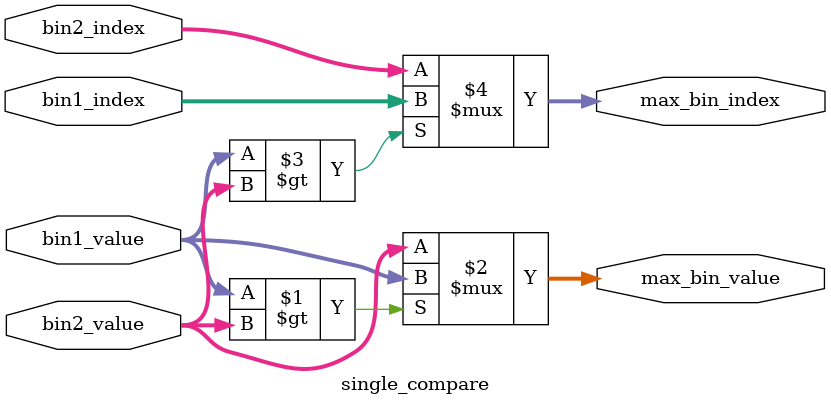
<source format=v>
`timescale 1ns / 1ps


module single_compare#(parameter bin_size=16, index_width=10)(
    input wire [bin_size-1:0] bin1_value, 
    input wire [index_width-1:0] bin1_index,
    input wire [bin_size-1:0] bin2_value,
    input wire [index_width-1:0] bin2_index,
    //input wire clk, //clock
    output wire [bin_size-1:0] max_bin_value,
    output wire [index_width-1:0] max_bin_index
    );
        
    assign max_bin_value=(bin1_value>bin2_value)? bin1_value:bin2_value;
    assign max_bin_index=(bin1_value>bin2_value)? bin1_index:bin2_index;
    
endmodule

</source>
